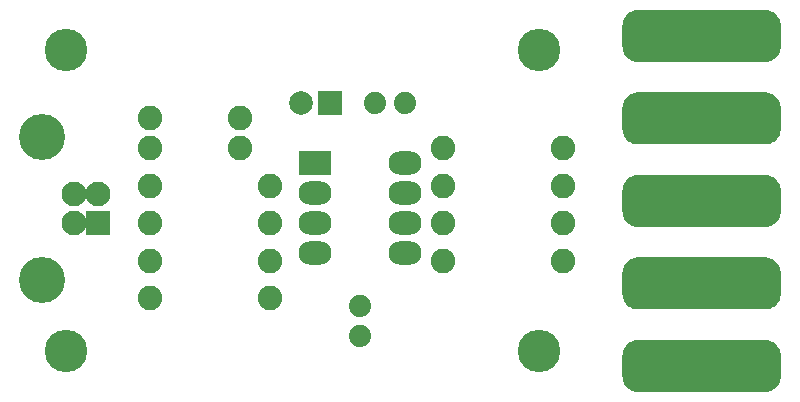
<source format=gts>
G04 #@! TF.GenerationSoftware,KiCad,Pcbnew,(5.0.0)*
G04 #@! TF.CreationDate,2018-09-25T23:14:14-03:00*
G04 #@! TF.ProjectId,FranzMakeyDIY,4672616E7A4D616B65794449592E6B69,rev?*
G04 #@! TF.SameCoordinates,Original*
G04 #@! TF.FileFunction,Soldermask,Top*
G04 #@! TF.FilePolarity,Negative*
%FSLAX46Y46*%
G04 Gerber Fmt 4.6, Leading zero omitted, Abs format (unit mm)*
G04 Created by KiCad (PCBNEW (5.0.0)) date 09/25/18 23:14:14*
%MOMM*%
%LPD*%
G01*
G04 APERTURE LIST*
%ADD10C,3.600000*%
%ADD11O,2.800000X2.000000*%
%ADD12R,2.800000X2.000000*%
%ADD13C,2.082800*%
%ADD14C,1.879600*%
%ADD15R,2.100000X2.100000*%
%ADD16C,2.100000*%
%ADD17C,3.900000*%
%ADD18C,2.000000*%
%ADD19R,2.000000X2.000000*%
%ADD20C,0.100000*%
%ADD21C,4.400000*%
G04 APERTURE END LIST*
D10*
G04 #@! TO.C,REF\002A\002A*
X167500000Y-92000000D03*
G04 #@! TD*
G04 #@! TO.C,REF\002A\002A*
X127500000Y-92000000D03*
G04 #@! TD*
G04 #@! TO.C,REF\002A\002A*
X167500000Y-117500000D03*
G04 #@! TD*
D11*
G04 #@! TO.C,IC1*
X156210000Y-101600000D03*
X148590000Y-109220000D03*
X156210000Y-104140000D03*
X148590000Y-106680000D03*
X156210000Y-106680000D03*
X148590000Y-104140000D03*
X156210000Y-109220000D03*
D12*
X148590000Y-101600000D03*
G04 #@! TD*
D13*
G04 #@! TO.C,D2*
X134620000Y-100330000D03*
X142240000Y-100330000D03*
G04 #@! TD*
G04 #@! TO.C,D1*
X134620000Y-97790000D03*
X142240000Y-97790000D03*
G04 #@! TD*
D14*
G04 #@! TO.C,C1*
X156210000Y-96520000D03*
X153670000Y-96520000D03*
G04 #@! TD*
D13*
G04 #@! TO.C,R1*
X144780000Y-103505000D03*
X134620000Y-103505000D03*
G04 #@! TD*
G04 #@! TO.C,R2*
X144780000Y-106680000D03*
X134620000Y-106680000D03*
G04 #@! TD*
G04 #@! TO.C,R3*
X134620000Y-109855000D03*
X144780000Y-109855000D03*
G04 #@! TD*
G04 #@! TO.C,R5*
X159385000Y-109855000D03*
X169545000Y-109855000D03*
G04 #@! TD*
G04 #@! TO.C,R4*
X144780000Y-113030000D03*
X134620000Y-113030000D03*
G04 #@! TD*
D14*
G04 #@! TO.C,ON*
X152400000Y-113665000D03*
X152400000Y-116205000D03*
G04 #@! TD*
D13*
G04 #@! TO.C,R6*
X169545000Y-106680000D03*
X159385000Y-106680000D03*
G04 #@! TD*
G04 #@! TO.C,R7*
X159385000Y-103505000D03*
X169545000Y-103505000D03*
G04 #@! TD*
G04 #@! TO.C,R8*
X169545000Y-100330000D03*
X159385000Y-100330000D03*
G04 #@! TD*
D15*
G04 #@! TO.C,J6*
X130175000Y-106680000D03*
D16*
X130175000Y-104180000D03*
X128175000Y-104180000D03*
X128175000Y-106680000D03*
D17*
X125465000Y-111450000D03*
X125465000Y-99410000D03*
G04 #@! TD*
D18*
G04 #@! TO.C,C2*
X147360000Y-96520000D03*
D19*
X149860000Y-96520000D03*
G04 #@! TD*
D20*
G04 #@! TO.C,0*
G36*
X186809383Y-116551356D02*
X186937519Y-116570363D01*
X187063176Y-116601839D01*
X187185142Y-116645479D01*
X187302244Y-116700864D01*
X187413353Y-116767460D01*
X187517399Y-116844626D01*
X187613381Y-116931619D01*
X187700374Y-117027601D01*
X187777540Y-117131647D01*
X187844136Y-117242756D01*
X187899521Y-117359858D01*
X187943161Y-117481824D01*
X187974637Y-117607481D01*
X187993644Y-117735617D01*
X188000000Y-117865000D01*
X188000000Y-119625000D01*
X187993644Y-119754383D01*
X187974637Y-119882519D01*
X187943161Y-120008176D01*
X187899521Y-120130142D01*
X187844136Y-120247244D01*
X187777540Y-120358353D01*
X187700374Y-120462399D01*
X187613381Y-120558381D01*
X187517399Y-120645374D01*
X187413353Y-120722540D01*
X187302244Y-120789136D01*
X187185142Y-120844521D01*
X187063176Y-120888161D01*
X186937519Y-120919637D01*
X186809383Y-120938644D01*
X186680000Y-120945000D01*
X180920000Y-120945000D01*
X180790617Y-120938644D01*
X180662481Y-120919637D01*
X180536824Y-120888161D01*
X180414858Y-120844521D01*
X180297756Y-120789136D01*
X180186647Y-120722540D01*
X180082601Y-120645374D01*
X179986619Y-120558381D01*
X179899626Y-120462399D01*
X179822460Y-120358353D01*
X179755864Y-120247244D01*
X179700479Y-120130142D01*
X179656839Y-120008176D01*
X179625363Y-119882519D01*
X179606356Y-119754383D01*
X179600000Y-119625000D01*
X179600000Y-117865000D01*
X179606356Y-117735617D01*
X179625363Y-117607481D01*
X179656839Y-117481824D01*
X179700479Y-117359858D01*
X179755864Y-117242756D01*
X179822460Y-117131647D01*
X179899626Y-117027601D01*
X179986619Y-116931619D01*
X180082601Y-116844626D01*
X180186647Y-116767460D01*
X180297756Y-116700864D01*
X180414858Y-116645479D01*
X180536824Y-116601839D01*
X180662481Y-116570363D01*
X180790617Y-116551356D01*
X180920000Y-116545000D01*
X186680000Y-116545000D01*
X186809383Y-116551356D01*
X186809383Y-116551356D01*
G37*
D21*
X183800000Y-118745000D03*
D20*
G36*
X181809383Y-116551356D02*
X181937519Y-116570363D01*
X182063176Y-116601839D01*
X182185142Y-116645479D01*
X182302244Y-116700864D01*
X182413353Y-116767460D01*
X182517399Y-116844626D01*
X182613381Y-116931619D01*
X182700374Y-117027601D01*
X182777540Y-117131647D01*
X182844136Y-117242756D01*
X182899521Y-117359858D01*
X182943161Y-117481824D01*
X182974637Y-117607481D01*
X182993644Y-117735617D01*
X183000000Y-117865000D01*
X183000000Y-119625000D01*
X182993644Y-119754383D01*
X182974637Y-119882519D01*
X182943161Y-120008176D01*
X182899521Y-120130142D01*
X182844136Y-120247244D01*
X182777540Y-120358353D01*
X182700374Y-120462399D01*
X182613381Y-120558381D01*
X182517399Y-120645374D01*
X182413353Y-120722540D01*
X182302244Y-120789136D01*
X182185142Y-120844521D01*
X182063176Y-120888161D01*
X181937519Y-120919637D01*
X181809383Y-120938644D01*
X181680000Y-120945000D01*
X175920000Y-120945000D01*
X175790617Y-120938644D01*
X175662481Y-120919637D01*
X175536824Y-120888161D01*
X175414858Y-120844521D01*
X175297756Y-120789136D01*
X175186647Y-120722540D01*
X175082601Y-120645374D01*
X174986619Y-120558381D01*
X174899626Y-120462399D01*
X174822460Y-120358353D01*
X174755864Y-120247244D01*
X174700479Y-120130142D01*
X174656839Y-120008176D01*
X174625363Y-119882519D01*
X174606356Y-119754383D01*
X174600000Y-119625000D01*
X174600000Y-117865000D01*
X174606356Y-117735617D01*
X174625363Y-117607481D01*
X174656839Y-117481824D01*
X174700479Y-117359858D01*
X174755864Y-117242756D01*
X174822460Y-117131647D01*
X174899626Y-117027601D01*
X174986619Y-116931619D01*
X175082601Y-116844626D01*
X175186647Y-116767460D01*
X175297756Y-116700864D01*
X175414858Y-116645479D01*
X175536824Y-116601839D01*
X175662481Y-116570363D01*
X175790617Y-116551356D01*
X175920000Y-116545000D01*
X181680000Y-116545000D01*
X181809383Y-116551356D01*
X181809383Y-116551356D01*
G37*
D21*
X178800000Y-118745000D03*
G04 #@! TD*
D20*
G04 #@! TO.C,1*
G36*
X181809383Y-109566356D02*
X181937519Y-109585363D01*
X182063176Y-109616839D01*
X182185142Y-109660479D01*
X182302244Y-109715864D01*
X182413353Y-109782460D01*
X182517399Y-109859626D01*
X182613381Y-109946619D01*
X182700374Y-110042601D01*
X182777540Y-110146647D01*
X182844136Y-110257756D01*
X182899521Y-110374858D01*
X182943161Y-110496824D01*
X182974637Y-110622481D01*
X182993644Y-110750617D01*
X183000000Y-110880000D01*
X183000000Y-112640000D01*
X182993644Y-112769383D01*
X182974637Y-112897519D01*
X182943161Y-113023176D01*
X182899521Y-113145142D01*
X182844136Y-113262244D01*
X182777540Y-113373353D01*
X182700374Y-113477399D01*
X182613381Y-113573381D01*
X182517399Y-113660374D01*
X182413353Y-113737540D01*
X182302244Y-113804136D01*
X182185142Y-113859521D01*
X182063176Y-113903161D01*
X181937519Y-113934637D01*
X181809383Y-113953644D01*
X181680000Y-113960000D01*
X175920000Y-113960000D01*
X175790617Y-113953644D01*
X175662481Y-113934637D01*
X175536824Y-113903161D01*
X175414858Y-113859521D01*
X175297756Y-113804136D01*
X175186647Y-113737540D01*
X175082601Y-113660374D01*
X174986619Y-113573381D01*
X174899626Y-113477399D01*
X174822460Y-113373353D01*
X174755864Y-113262244D01*
X174700479Y-113145142D01*
X174656839Y-113023176D01*
X174625363Y-112897519D01*
X174606356Y-112769383D01*
X174600000Y-112640000D01*
X174600000Y-110880000D01*
X174606356Y-110750617D01*
X174625363Y-110622481D01*
X174656839Y-110496824D01*
X174700479Y-110374858D01*
X174755864Y-110257756D01*
X174822460Y-110146647D01*
X174899626Y-110042601D01*
X174986619Y-109946619D01*
X175082601Y-109859626D01*
X175186647Y-109782460D01*
X175297756Y-109715864D01*
X175414858Y-109660479D01*
X175536824Y-109616839D01*
X175662481Y-109585363D01*
X175790617Y-109566356D01*
X175920000Y-109560000D01*
X181680000Y-109560000D01*
X181809383Y-109566356D01*
X181809383Y-109566356D01*
G37*
D21*
X178800000Y-111760000D03*
D20*
G36*
X186809383Y-109566356D02*
X186937519Y-109585363D01*
X187063176Y-109616839D01*
X187185142Y-109660479D01*
X187302244Y-109715864D01*
X187413353Y-109782460D01*
X187517399Y-109859626D01*
X187613381Y-109946619D01*
X187700374Y-110042601D01*
X187777540Y-110146647D01*
X187844136Y-110257756D01*
X187899521Y-110374858D01*
X187943161Y-110496824D01*
X187974637Y-110622481D01*
X187993644Y-110750617D01*
X188000000Y-110880000D01*
X188000000Y-112640000D01*
X187993644Y-112769383D01*
X187974637Y-112897519D01*
X187943161Y-113023176D01*
X187899521Y-113145142D01*
X187844136Y-113262244D01*
X187777540Y-113373353D01*
X187700374Y-113477399D01*
X187613381Y-113573381D01*
X187517399Y-113660374D01*
X187413353Y-113737540D01*
X187302244Y-113804136D01*
X187185142Y-113859521D01*
X187063176Y-113903161D01*
X186937519Y-113934637D01*
X186809383Y-113953644D01*
X186680000Y-113960000D01*
X180920000Y-113960000D01*
X180790617Y-113953644D01*
X180662481Y-113934637D01*
X180536824Y-113903161D01*
X180414858Y-113859521D01*
X180297756Y-113804136D01*
X180186647Y-113737540D01*
X180082601Y-113660374D01*
X179986619Y-113573381D01*
X179899626Y-113477399D01*
X179822460Y-113373353D01*
X179755864Y-113262244D01*
X179700479Y-113145142D01*
X179656839Y-113023176D01*
X179625363Y-112897519D01*
X179606356Y-112769383D01*
X179600000Y-112640000D01*
X179600000Y-110880000D01*
X179606356Y-110750617D01*
X179625363Y-110622481D01*
X179656839Y-110496824D01*
X179700479Y-110374858D01*
X179755864Y-110257756D01*
X179822460Y-110146647D01*
X179899626Y-110042601D01*
X179986619Y-109946619D01*
X180082601Y-109859626D01*
X180186647Y-109782460D01*
X180297756Y-109715864D01*
X180414858Y-109660479D01*
X180536824Y-109616839D01*
X180662481Y-109585363D01*
X180790617Y-109566356D01*
X180920000Y-109560000D01*
X186680000Y-109560000D01*
X186809383Y-109566356D01*
X186809383Y-109566356D01*
G37*
D21*
X183800000Y-111760000D03*
G04 #@! TD*
D20*
G04 #@! TO.C,2*
G36*
X186809383Y-102581356D02*
X186937519Y-102600363D01*
X187063176Y-102631839D01*
X187185142Y-102675479D01*
X187302244Y-102730864D01*
X187413353Y-102797460D01*
X187517399Y-102874626D01*
X187613381Y-102961619D01*
X187700374Y-103057601D01*
X187777540Y-103161647D01*
X187844136Y-103272756D01*
X187899521Y-103389858D01*
X187943161Y-103511824D01*
X187974637Y-103637481D01*
X187993644Y-103765617D01*
X188000000Y-103895000D01*
X188000000Y-105655000D01*
X187993644Y-105784383D01*
X187974637Y-105912519D01*
X187943161Y-106038176D01*
X187899521Y-106160142D01*
X187844136Y-106277244D01*
X187777540Y-106388353D01*
X187700374Y-106492399D01*
X187613381Y-106588381D01*
X187517399Y-106675374D01*
X187413353Y-106752540D01*
X187302244Y-106819136D01*
X187185142Y-106874521D01*
X187063176Y-106918161D01*
X186937519Y-106949637D01*
X186809383Y-106968644D01*
X186680000Y-106975000D01*
X180920000Y-106975000D01*
X180790617Y-106968644D01*
X180662481Y-106949637D01*
X180536824Y-106918161D01*
X180414858Y-106874521D01*
X180297756Y-106819136D01*
X180186647Y-106752540D01*
X180082601Y-106675374D01*
X179986619Y-106588381D01*
X179899626Y-106492399D01*
X179822460Y-106388353D01*
X179755864Y-106277244D01*
X179700479Y-106160142D01*
X179656839Y-106038176D01*
X179625363Y-105912519D01*
X179606356Y-105784383D01*
X179600000Y-105655000D01*
X179600000Y-103895000D01*
X179606356Y-103765617D01*
X179625363Y-103637481D01*
X179656839Y-103511824D01*
X179700479Y-103389858D01*
X179755864Y-103272756D01*
X179822460Y-103161647D01*
X179899626Y-103057601D01*
X179986619Y-102961619D01*
X180082601Y-102874626D01*
X180186647Y-102797460D01*
X180297756Y-102730864D01*
X180414858Y-102675479D01*
X180536824Y-102631839D01*
X180662481Y-102600363D01*
X180790617Y-102581356D01*
X180920000Y-102575000D01*
X186680000Y-102575000D01*
X186809383Y-102581356D01*
X186809383Y-102581356D01*
G37*
D21*
X183800000Y-104775000D03*
D20*
G36*
X181809383Y-102581356D02*
X181937519Y-102600363D01*
X182063176Y-102631839D01*
X182185142Y-102675479D01*
X182302244Y-102730864D01*
X182413353Y-102797460D01*
X182517399Y-102874626D01*
X182613381Y-102961619D01*
X182700374Y-103057601D01*
X182777540Y-103161647D01*
X182844136Y-103272756D01*
X182899521Y-103389858D01*
X182943161Y-103511824D01*
X182974637Y-103637481D01*
X182993644Y-103765617D01*
X183000000Y-103895000D01*
X183000000Y-105655000D01*
X182993644Y-105784383D01*
X182974637Y-105912519D01*
X182943161Y-106038176D01*
X182899521Y-106160142D01*
X182844136Y-106277244D01*
X182777540Y-106388353D01*
X182700374Y-106492399D01*
X182613381Y-106588381D01*
X182517399Y-106675374D01*
X182413353Y-106752540D01*
X182302244Y-106819136D01*
X182185142Y-106874521D01*
X182063176Y-106918161D01*
X181937519Y-106949637D01*
X181809383Y-106968644D01*
X181680000Y-106975000D01*
X175920000Y-106975000D01*
X175790617Y-106968644D01*
X175662481Y-106949637D01*
X175536824Y-106918161D01*
X175414858Y-106874521D01*
X175297756Y-106819136D01*
X175186647Y-106752540D01*
X175082601Y-106675374D01*
X174986619Y-106588381D01*
X174899626Y-106492399D01*
X174822460Y-106388353D01*
X174755864Y-106277244D01*
X174700479Y-106160142D01*
X174656839Y-106038176D01*
X174625363Y-105912519D01*
X174606356Y-105784383D01*
X174600000Y-105655000D01*
X174600000Y-103895000D01*
X174606356Y-103765617D01*
X174625363Y-103637481D01*
X174656839Y-103511824D01*
X174700479Y-103389858D01*
X174755864Y-103272756D01*
X174822460Y-103161647D01*
X174899626Y-103057601D01*
X174986619Y-102961619D01*
X175082601Y-102874626D01*
X175186647Y-102797460D01*
X175297756Y-102730864D01*
X175414858Y-102675479D01*
X175536824Y-102631839D01*
X175662481Y-102600363D01*
X175790617Y-102581356D01*
X175920000Y-102575000D01*
X181680000Y-102575000D01*
X181809383Y-102581356D01*
X181809383Y-102581356D01*
G37*
D21*
X178800000Y-104775000D03*
G04 #@! TD*
D20*
G04 #@! TO.C,5*
G36*
X181809383Y-95596356D02*
X181937519Y-95615363D01*
X182063176Y-95646839D01*
X182185142Y-95690479D01*
X182302244Y-95745864D01*
X182413353Y-95812460D01*
X182517399Y-95889626D01*
X182613381Y-95976619D01*
X182700374Y-96072601D01*
X182777540Y-96176647D01*
X182844136Y-96287756D01*
X182899521Y-96404858D01*
X182943161Y-96526824D01*
X182974637Y-96652481D01*
X182993644Y-96780617D01*
X183000000Y-96910000D01*
X183000000Y-98670000D01*
X182993644Y-98799383D01*
X182974637Y-98927519D01*
X182943161Y-99053176D01*
X182899521Y-99175142D01*
X182844136Y-99292244D01*
X182777540Y-99403353D01*
X182700374Y-99507399D01*
X182613381Y-99603381D01*
X182517399Y-99690374D01*
X182413353Y-99767540D01*
X182302244Y-99834136D01*
X182185142Y-99889521D01*
X182063176Y-99933161D01*
X181937519Y-99964637D01*
X181809383Y-99983644D01*
X181680000Y-99990000D01*
X175920000Y-99990000D01*
X175790617Y-99983644D01*
X175662481Y-99964637D01*
X175536824Y-99933161D01*
X175414858Y-99889521D01*
X175297756Y-99834136D01*
X175186647Y-99767540D01*
X175082601Y-99690374D01*
X174986619Y-99603381D01*
X174899626Y-99507399D01*
X174822460Y-99403353D01*
X174755864Y-99292244D01*
X174700479Y-99175142D01*
X174656839Y-99053176D01*
X174625363Y-98927519D01*
X174606356Y-98799383D01*
X174600000Y-98670000D01*
X174600000Y-96910000D01*
X174606356Y-96780617D01*
X174625363Y-96652481D01*
X174656839Y-96526824D01*
X174700479Y-96404858D01*
X174755864Y-96287756D01*
X174822460Y-96176647D01*
X174899626Y-96072601D01*
X174986619Y-95976619D01*
X175082601Y-95889626D01*
X175186647Y-95812460D01*
X175297756Y-95745864D01*
X175414858Y-95690479D01*
X175536824Y-95646839D01*
X175662481Y-95615363D01*
X175790617Y-95596356D01*
X175920000Y-95590000D01*
X181680000Y-95590000D01*
X181809383Y-95596356D01*
X181809383Y-95596356D01*
G37*
D21*
X178800000Y-97790000D03*
D20*
G36*
X186809383Y-95596356D02*
X186937519Y-95615363D01*
X187063176Y-95646839D01*
X187185142Y-95690479D01*
X187302244Y-95745864D01*
X187413353Y-95812460D01*
X187517399Y-95889626D01*
X187613381Y-95976619D01*
X187700374Y-96072601D01*
X187777540Y-96176647D01*
X187844136Y-96287756D01*
X187899521Y-96404858D01*
X187943161Y-96526824D01*
X187974637Y-96652481D01*
X187993644Y-96780617D01*
X188000000Y-96910000D01*
X188000000Y-98670000D01*
X187993644Y-98799383D01*
X187974637Y-98927519D01*
X187943161Y-99053176D01*
X187899521Y-99175142D01*
X187844136Y-99292244D01*
X187777540Y-99403353D01*
X187700374Y-99507399D01*
X187613381Y-99603381D01*
X187517399Y-99690374D01*
X187413353Y-99767540D01*
X187302244Y-99834136D01*
X187185142Y-99889521D01*
X187063176Y-99933161D01*
X186937519Y-99964637D01*
X186809383Y-99983644D01*
X186680000Y-99990000D01*
X180920000Y-99990000D01*
X180790617Y-99983644D01*
X180662481Y-99964637D01*
X180536824Y-99933161D01*
X180414858Y-99889521D01*
X180297756Y-99834136D01*
X180186647Y-99767540D01*
X180082601Y-99690374D01*
X179986619Y-99603381D01*
X179899626Y-99507399D01*
X179822460Y-99403353D01*
X179755864Y-99292244D01*
X179700479Y-99175142D01*
X179656839Y-99053176D01*
X179625363Y-98927519D01*
X179606356Y-98799383D01*
X179600000Y-98670000D01*
X179600000Y-96910000D01*
X179606356Y-96780617D01*
X179625363Y-96652481D01*
X179656839Y-96526824D01*
X179700479Y-96404858D01*
X179755864Y-96287756D01*
X179822460Y-96176647D01*
X179899626Y-96072601D01*
X179986619Y-95976619D01*
X180082601Y-95889626D01*
X180186647Y-95812460D01*
X180297756Y-95745864D01*
X180414858Y-95690479D01*
X180536824Y-95646839D01*
X180662481Y-95615363D01*
X180790617Y-95596356D01*
X180920000Y-95590000D01*
X186680000Y-95590000D01*
X186809383Y-95596356D01*
X186809383Y-95596356D01*
G37*
D21*
X183800000Y-97790000D03*
G04 #@! TD*
D20*
G04 #@! TO.C,GND*
G36*
X186809383Y-88611356D02*
X186937519Y-88630363D01*
X187063176Y-88661839D01*
X187185142Y-88705479D01*
X187302244Y-88760864D01*
X187413353Y-88827460D01*
X187517399Y-88904626D01*
X187613381Y-88991619D01*
X187700374Y-89087601D01*
X187777540Y-89191647D01*
X187844136Y-89302756D01*
X187899521Y-89419858D01*
X187943161Y-89541824D01*
X187974637Y-89667481D01*
X187993644Y-89795617D01*
X188000000Y-89925000D01*
X188000000Y-91685000D01*
X187993644Y-91814383D01*
X187974637Y-91942519D01*
X187943161Y-92068176D01*
X187899521Y-92190142D01*
X187844136Y-92307244D01*
X187777540Y-92418353D01*
X187700374Y-92522399D01*
X187613381Y-92618381D01*
X187517399Y-92705374D01*
X187413353Y-92782540D01*
X187302244Y-92849136D01*
X187185142Y-92904521D01*
X187063176Y-92948161D01*
X186937519Y-92979637D01*
X186809383Y-92998644D01*
X186680000Y-93005000D01*
X180920000Y-93005000D01*
X180790617Y-92998644D01*
X180662481Y-92979637D01*
X180536824Y-92948161D01*
X180414858Y-92904521D01*
X180297756Y-92849136D01*
X180186647Y-92782540D01*
X180082601Y-92705374D01*
X179986619Y-92618381D01*
X179899626Y-92522399D01*
X179822460Y-92418353D01*
X179755864Y-92307244D01*
X179700479Y-92190142D01*
X179656839Y-92068176D01*
X179625363Y-91942519D01*
X179606356Y-91814383D01*
X179600000Y-91685000D01*
X179600000Y-89925000D01*
X179606356Y-89795617D01*
X179625363Y-89667481D01*
X179656839Y-89541824D01*
X179700479Y-89419858D01*
X179755864Y-89302756D01*
X179822460Y-89191647D01*
X179899626Y-89087601D01*
X179986619Y-88991619D01*
X180082601Y-88904626D01*
X180186647Y-88827460D01*
X180297756Y-88760864D01*
X180414858Y-88705479D01*
X180536824Y-88661839D01*
X180662481Y-88630363D01*
X180790617Y-88611356D01*
X180920000Y-88605000D01*
X186680000Y-88605000D01*
X186809383Y-88611356D01*
X186809383Y-88611356D01*
G37*
D21*
X183800000Y-90805000D03*
D20*
G36*
X181809383Y-88611356D02*
X181937519Y-88630363D01*
X182063176Y-88661839D01*
X182185142Y-88705479D01*
X182302244Y-88760864D01*
X182413353Y-88827460D01*
X182517399Y-88904626D01*
X182613381Y-88991619D01*
X182700374Y-89087601D01*
X182777540Y-89191647D01*
X182844136Y-89302756D01*
X182899521Y-89419858D01*
X182943161Y-89541824D01*
X182974637Y-89667481D01*
X182993644Y-89795617D01*
X183000000Y-89925000D01*
X183000000Y-91685000D01*
X182993644Y-91814383D01*
X182974637Y-91942519D01*
X182943161Y-92068176D01*
X182899521Y-92190142D01*
X182844136Y-92307244D01*
X182777540Y-92418353D01*
X182700374Y-92522399D01*
X182613381Y-92618381D01*
X182517399Y-92705374D01*
X182413353Y-92782540D01*
X182302244Y-92849136D01*
X182185142Y-92904521D01*
X182063176Y-92948161D01*
X181937519Y-92979637D01*
X181809383Y-92998644D01*
X181680000Y-93005000D01*
X175920000Y-93005000D01*
X175790617Y-92998644D01*
X175662481Y-92979637D01*
X175536824Y-92948161D01*
X175414858Y-92904521D01*
X175297756Y-92849136D01*
X175186647Y-92782540D01*
X175082601Y-92705374D01*
X174986619Y-92618381D01*
X174899626Y-92522399D01*
X174822460Y-92418353D01*
X174755864Y-92307244D01*
X174700479Y-92190142D01*
X174656839Y-92068176D01*
X174625363Y-91942519D01*
X174606356Y-91814383D01*
X174600000Y-91685000D01*
X174600000Y-89925000D01*
X174606356Y-89795617D01*
X174625363Y-89667481D01*
X174656839Y-89541824D01*
X174700479Y-89419858D01*
X174755864Y-89302756D01*
X174822460Y-89191647D01*
X174899626Y-89087601D01*
X174986619Y-88991619D01*
X175082601Y-88904626D01*
X175186647Y-88827460D01*
X175297756Y-88760864D01*
X175414858Y-88705479D01*
X175536824Y-88661839D01*
X175662481Y-88630363D01*
X175790617Y-88611356D01*
X175920000Y-88605000D01*
X181680000Y-88605000D01*
X181809383Y-88611356D01*
X181809383Y-88611356D01*
G37*
D21*
X178800000Y-90805000D03*
G04 #@! TD*
D10*
G04 #@! TO.C,REF\002A\002A*
X127500000Y-117500000D03*
G04 #@! TD*
M02*

</source>
